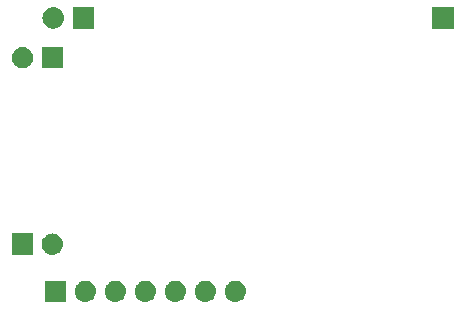
<source format=gbs>
G04 #@! TF.GenerationSoftware,KiCad,Pcbnew,5.0.2-bee76a0~70~ubuntu14.04.1*
G04 #@! TF.CreationDate,2018-12-14T16:39:12-07:00*
G04 #@! TF.ProjectId,lcd-addon,6c63642d-6164-4646-9f6e-2e6b69636164,rev?*
G04 #@! TF.SameCoordinates,Original*
G04 #@! TF.FileFunction,Soldermask,Bot*
G04 #@! TF.FilePolarity,Negative*
%FSLAX46Y46*%
G04 Gerber Fmt 4.6, Leading zero omitted, Abs format (unit mm)*
G04 Created by KiCad (PCBNEW 5.0.2-bee76a0~70~ubuntu14.04.1) date Fri 14 Dec 2018 04:39:12 PM MST*
%MOMM*%
%LPD*%
G01*
G04 APERTURE LIST*
%ADD10C,0.100000*%
G04 APERTURE END LIST*
D10*
G36*
X124860443Y-97455519D02*
X124926627Y-97462037D01*
X125039853Y-97496384D01*
X125096467Y-97513557D01*
X125235087Y-97587652D01*
X125252991Y-97597222D01*
X125288729Y-97626552D01*
X125390186Y-97709814D01*
X125473448Y-97811271D01*
X125502778Y-97847009D01*
X125502779Y-97847011D01*
X125586443Y-98003533D01*
X125586443Y-98003534D01*
X125637963Y-98173373D01*
X125655359Y-98350000D01*
X125637963Y-98526627D01*
X125603616Y-98639853D01*
X125586443Y-98696467D01*
X125512348Y-98835087D01*
X125502778Y-98852991D01*
X125473448Y-98888729D01*
X125390186Y-98990186D01*
X125288729Y-99073448D01*
X125252991Y-99102778D01*
X125252989Y-99102779D01*
X125096467Y-99186443D01*
X125039853Y-99203616D01*
X124926627Y-99237963D01*
X124860443Y-99244481D01*
X124794260Y-99251000D01*
X124705740Y-99251000D01*
X124639557Y-99244481D01*
X124573373Y-99237963D01*
X124460147Y-99203616D01*
X124403533Y-99186443D01*
X124247011Y-99102779D01*
X124247009Y-99102778D01*
X124211271Y-99073448D01*
X124109814Y-98990186D01*
X124026552Y-98888729D01*
X123997222Y-98852991D01*
X123987652Y-98835087D01*
X123913557Y-98696467D01*
X123896384Y-98639853D01*
X123862037Y-98526627D01*
X123844641Y-98350000D01*
X123862037Y-98173373D01*
X123913557Y-98003534D01*
X123913557Y-98003533D01*
X123997221Y-97847011D01*
X123997222Y-97847009D01*
X124026552Y-97811271D01*
X124109814Y-97709814D01*
X124211271Y-97626552D01*
X124247009Y-97597222D01*
X124264913Y-97587652D01*
X124403533Y-97513557D01*
X124460147Y-97496384D01*
X124573373Y-97462037D01*
X124639557Y-97455519D01*
X124705740Y-97449000D01*
X124794260Y-97449000D01*
X124860443Y-97455519D01*
X124860443Y-97455519D01*
G37*
G36*
X127400443Y-97455519D02*
X127466627Y-97462037D01*
X127579853Y-97496384D01*
X127636467Y-97513557D01*
X127775087Y-97587652D01*
X127792991Y-97597222D01*
X127828729Y-97626552D01*
X127930186Y-97709814D01*
X128013448Y-97811271D01*
X128042778Y-97847009D01*
X128042779Y-97847011D01*
X128126443Y-98003533D01*
X128126443Y-98003534D01*
X128177963Y-98173373D01*
X128195359Y-98350000D01*
X128177963Y-98526627D01*
X128143616Y-98639853D01*
X128126443Y-98696467D01*
X128052348Y-98835087D01*
X128042778Y-98852991D01*
X128013448Y-98888729D01*
X127930186Y-98990186D01*
X127828729Y-99073448D01*
X127792991Y-99102778D01*
X127792989Y-99102779D01*
X127636467Y-99186443D01*
X127579853Y-99203616D01*
X127466627Y-99237963D01*
X127400443Y-99244481D01*
X127334260Y-99251000D01*
X127245740Y-99251000D01*
X127179557Y-99244481D01*
X127113373Y-99237963D01*
X127000147Y-99203616D01*
X126943533Y-99186443D01*
X126787011Y-99102779D01*
X126787009Y-99102778D01*
X126751271Y-99073448D01*
X126649814Y-98990186D01*
X126566552Y-98888729D01*
X126537222Y-98852991D01*
X126527652Y-98835087D01*
X126453557Y-98696467D01*
X126436384Y-98639853D01*
X126402037Y-98526627D01*
X126384641Y-98350000D01*
X126402037Y-98173373D01*
X126453557Y-98003534D01*
X126453557Y-98003533D01*
X126537221Y-97847011D01*
X126537222Y-97847009D01*
X126566552Y-97811271D01*
X126649814Y-97709814D01*
X126751271Y-97626552D01*
X126787009Y-97597222D01*
X126804913Y-97587652D01*
X126943533Y-97513557D01*
X127000147Y-97496384D01*
X127113373Y-97462037D01*
X127179557Y-97455519D01*
X127245740Y-97449000D01*
X127334260Y-97449000D01*
X127400443Y-97455519D01*
X127400443Y-97455519D01*
G37*
G36*
X122320443Y-97455519D02*
X122386627Y-97462037D01*
X122499853Y-97496384D01*
X122556467Y-97513557D01*
X122695087Y-97587652D01*
X122712991Y-97597222D01*
X122748729Y-97626552D01*
X122850186Y-97709814D01*
X122933448Y-97811271D01*
X122962778Y-97847009D01*
X122962779Y-97847011D01*
X123046443Y-98003533D01*
X123046443Y-98003534D01*
X123097963Y-98173373D01*
X123115359Y-98350000D01*
X123097963Y-98526627D01*
X123063616Y-98639853D01*
X123046443Y-98696467D01*
X122972348Y-98835087D01*
X122962778Y-98852991D01*
X122933448Y-98888729D01*
X122850186Y-98990186D01*
X122748729Y-99073448D01*
X122712991Y-99102778D01*
X122712989Y-99102779D01*
X122556467Y-99186443D01*
X122499853Y-99203616D01*
X122386627Y-99237963D01*
X122320443Y-99244481D01*
X122254260Y-99251000D01*
X122165740Y-99251000D01*
X122099557Y-99244481D01*
X122033373Y-99237963D01*
X121920147Y-99203616D01*
X121863533Y-99186443D01*
X121707011Y-99102779D01*
X121707009Y-99102778D01*
X121671271Y-99073448D01*
X121569814Y-98990186D01*
X121486552Y-98888729D01*
X121457222Y-98852991D01*
X121447652Y-98835087D01*
X121373557Y-98696467D01*
X121356384Y-98639853D01*
X121322037Y-98526627D01*
X121304641Y-98350000D01*
X121322037Y-98173373D01*
X121373557Y-98003534D01*
X121373557Y-98003533D01*
X121457221Y-97847011D01*
X121457222Y-97847009D01*
X121486552Y-97811271D01*
X121569814Y-97709814D01*
X121671271Y-97626552D01*
X121707009Y-97597222D01*
X121724913Y-97587652D01*
X121863533Y-97513557D01*
X121920147Y-97496384D01*
X122033373Y-97462037D01*
X122099557Y-97455519D01*
X122165740Y-97449000D01*
X122254260Y-97449000D01*
X122320443Y-97455519D01*
X122320443Y-97455519D01*
G37*
G36*
X119780443Y-97455519D02*
X119846627Y-97462037D01*
X119959853Y-97496384D01*
X120016467Y-97513557D01*
X120155087Y-97587652D01*
X120172991Y-97597222D01*
X120208729Y-97626552D01*
X120310186Y-97709814D01*
X120393448Y-97811271D01*
X120422778Y-97847009D01*
X120422779Y-97847011D01*
X120506443Y-98003533D01*
X120506443Y-98003534D01*
X120557963Y-98173373D01*
X120575359Y-98350000D01*
X120557963Y-98526627D01*
X120523616Y-98639853D01*
X120506443Y-98696467D01*
X120432348Y-98835087D01*
X120422778Y-98852991D01*
X120393448Y-98888729D01*
X120310186Y-98990186D01*
X120208729Y-99073448D01*
X120172991Y-99102778D01*
X120172989Y-99102779D01*
X120016467Y-99186443D01*
X119959853Y-99203616D01*
X119846627Y-99237963D01*
X119780443Y-99244481D01*
X119714260Y-99251000D01*
X119625740Y-99251000D01*
X119559557Y-99244481D01*
X119493373Y-99237963D01*
X119380147Y-99203616D01*
X119323533Y-99186443D01*
X119167011Y-99102779D01*
X119167009Y-99102778D01*
X119131271Y-99073448D01*
X119029814Y-98990186D01*
X118946552Y-98888729D01*
X118917222Y-98852991D01*
X118907652Y-98835087D01*
X118833557Y-98696467D01*
X118816384Y-98639853D01*
X118782037Y-98526627D01*
X118764641Y-98350000D01*
X118782037Y-98173373D01*
X118833557Y-98003534D01*
X118833557Y-98003533D01*
X118917221Y-97847011D01*
X118917222Y-97847009D01*
X118946552Y-97811271D01*
X119029814Y-97709814D01*
X119131271Y-97626552D01*
X119167009Y-97597222D01*
X119184913Y-97587652D01*
X119323533Y-97513557D01*
X119380147Y-97496384D01*
X119493373Y-97462037D01*
X119559557Y-97455519D01*
X119625740Y-97449000D01*
X119714260Y-97449000D01*
X119780443Y-97455519D01*
X119780443Y-97455519D01*
G37*
G36*
X117240443Y-97455519D02*
X117306627Y-97462037D01*
X117419853Y-97496384D01*
X117476467Y-97513557D01*
X117615087Y-97587652D01*
X117632991Y-97597222D01*
X117668729Y-97626552D01*
X117770186Y-97709814D01*
X117853448Y-97811271D01*
X117882778Y-97847009D01*
X117882779Y-97847011D01*
X117966443Y-98003533D01*
X117966443Y-98003534D01*
X118017963Y-98173373D01*
X118035359Y-98350000D01*
X118017963Y-98526627D01*
X117983616Y-98639853D01*
X117966443Y-98696467D01*
X117892348Y-98835087D01*
X117882778Y-98852991D01*
X117853448Y-98888729D01*
X117770186Y-98990186D01*
X117668729Y-99073448D01*
X117632991Y-99102778D01*
X117632989Y-99102779D01*
X117476467Y-99186443D01*
X117419853Y-99203616D01*
X117306627Y-99237963D01*
X117240443Y-99244481D01*
X117174260Y-99251000D01*
X117085740Y-99251000D01*
X117019557Y-99244481D01*
X116953373Y-99237963D01*
X116840147Y-99203616D01*
X116783533Y-99186443D01*
X116627011Y-99102779D01*
X116627009Y-99102778D01*
X116591271Y-99073448D01*
X116489814Y-98990186D01*
X116406552Y-98888729D01*
X116377222Y-98852991D01*
X116367652Y-98835087D01*
X116293557Y-98696467D01*
X116276384Y-98639853D01*
X116242037Y-98526627D01*
X116224641Y-98350000D01*
X116242037Y-98173373D01*
X116293557Y-98003534D01*
X116293557Y-98003533D01*
X116377221Y-97847011D01*
X116377222Y-97847009D01*
X116406552Y-97811271D01*
X116489814Y-97709814D01*
X116591271Y-97626552D01*
X116627009Y-97597222D01*
X116644913Y-97587652D01*
X116783533Y-97513557D01*
X116840147Y-97496384D01*
X116953373Y-97462037D01*
X117019557Y-97455519D01*
X117085740Y-97449000D01*
X117174260Y-97449000D01*
X117240443Y-97455519D01*
X117240443Y-97455519D01*
G37*
G36*
X114700443Y-97455519D02*
X114766627Y-97462037D01*
X114879853Y-97496384D01*
X114936467Y-97513557D01*
X115075087Y-97587652D01*
X115092991Y-97597222D01*
X115128729Y-97626552D01*
X115230186Y-97709814D01*
X115313448Y-97811271D01*
X115342778Y-97847009D01*
X115342779Y-97847011D01*
X115426443Y-98003533D01*
X115426443Y-98003534D01*
X115477963Y-98173373D01*
X115495359Y-98350000D01*
X115477963Y-98526627D01*
X115443616Y-98639853D01*
X115426443Y-98696467D01*
X115352348Y-98835087D01*
X115342778Y-98852991D01*
X115313448Y-98888729D01*
X115230186Y-98990186D01*
X115128729Y-99073448D01*
X115092991Y-99102778D01*
X115092989Y-99102779D01*
X114936467Y-99186443D01*
X114879853Y-99203616D01*
X114766627Y-99237963D01*
X114700443Y-99244481D01*
X114634260Y-99251000D01*
X114545740Y-99251000D01*
X114479557Y-99244481D01*
X114413373Y-99237963D01*
X114300147Y-99203616D01*
X114243533Y-99186443D01*
X114087011Y-99102779D01*
X114087009Y-99102778D01*
X114051271Y-99073448D01*
X113949814Y-98990186D01*
X113866552Y-98888729D01*
X113837222Y-98852991D01*
X113827652Y-98835087D01*
X113753557Y-98696467D01*
X113736384Y-98639853D01*
X113702037Y-98526627D01*
X113684641Y-98350000D01*
X113702037Y-98173373D01*
X113753557Y-98003534D01*
X113753557Y-98003533D01*
X113837221Y-97847011D01*
X113837222Y-97847009D01*
X113866552Y-97811271D01*
X113949814Y-97709814D01*
X114051271Y-97626552D01*
X114087009Y-97597222D01*
X114104913Y-97587652D01*
X114243533Y-97513557D01*
X114300147Y-97496384D01*
X114413373Y-97462037D01*
X114479557Y-97455519D01*
X114545740Y-97449000D01*
X114634260Y-97449000D01*
X114700443Y-97455519D01*
X114700443Y-97455519D01*
G37*
G36*
X112951000Y-99251000D02*
X111149000Y-99251000D01*
X111149000Y-97449000D01*
X112951000Y-97449000D01*
X112951000Y-99251000D01*
X112951000Y-99251000D01*
G37*
G36*
X110151000Y-95251000D02*
X108349000Y-95251000D01*
X108349000Y-93449000D01*
X110151000Y-93449000D01*
X110151000Y-95251000D01*
X110151000Y-95251000D01*
G37*
G36*
X111900442Y-93455518D02*
X111966627Y-93462037D01*
X112079853Y-93496384D01*
X112136467Y-93513557D01*
X112275087Y-93587652D01*
X112292991Y-93597222D01*
X112328729Y-93626552D01*
X112430186Y-93709814D01*
X112513448Y-93811271D01*
X112542778Y-93847009D01*
X112542779Y-93847011D01*
X112626443Y-94003533D01*
X112626443Y-94003534D01*
X112677963Y-94173373D01*
X112695359Y-94350000D01*
X112677963Y-94526627D01*
X112643616Y-94639853D01*
X112626443Y-94696467D01*
X112552348Y-94835087D01*
X112542778Y-94852991D01*
X112513448Y-94888729D01*
X112430186Y-94990186D01*
X112328729Y-95073448D01*
X112292991Y-95102778D01*
X112292989Y-95102779D01*
X112136467Y-95186443D01*
X112079853Y-95203616D01*
X111966627Y-95237963D01*
X111900443Y-95244481D01*
X111834260Y-95251000D01*
X111745740Y-95251000D01*
X111679558Y-95244482D01*
X111613373Y-95237963D01*
X111500147Y-95203616D01*
X111443533Y-95186443D01*
X111287011Y-95102779D01*
X111287009Y-95102778D01*
X111251271Y-95073448D01*
X111149814Y-94990186D01*
X111066552Y-94888729D01*
X111037222Y-94852991D01*
X111027652Y-94835087D01*
X110953557Y-94696467D01*
X110936384Y-94639853D01*
X110902037Y-94526627D01*
X110884641Y-94350000D01*
X110902037Y-94173373D01*
X110953557Y-94003534D01*
X110953557Y-94003533D01*
X111037221Y-93847011D01*
X111037222Y-93847009D01*
X111066552Y-93811271D01*
X111149814Y-93709814D01*
X111251271Y-93626552D01*
X111287009Y-93597222D01*
X111304913Y-93587652D01*
X111443533Y-93513557D01*
X111500147Y-93496384D01*
X111613373Y-93462037D01*
X111679558Y-93455518D01*
X111745740Y-93449000D01*
X111834260Y-93449000D01*
X111900442Y-93455518D01*
X111900442Y-93455518D01*
G37*
G36*
X112701000Y-79451000D02*
X110899000Y-79451000D01*
X110899000Y-77649000D01*
X112701000Y-77649000D01*
X112701000Y-79451000D01*
X112701000Y-79451000D01*
G37*
G36*
X109370443Y-77655519D02*
X109436627Y-77662037D01*
X109549853Y-77696384D01*
X109606467Y-77713557D01*
X109745087Y-77787652D01*
X109762991Y-77797222D01*
X109798729Y-77826552D01*
X109900186Y-77909814D01*
X109983448Y-78011271D01*
X110012778Y-78047009D01*
X110012779Y-78047011D01*
X110096443Y-78203533D01*
X110096443Y-78203534D01*
X110147963Y-78373373D01*
X110165359Y-78550000D01*
X110147963Y-78726627D01*
X110113616Y-78839853D01*
X110096443Y-78896467D01*
X110022348Y-79035087D01*
X110012778Y-79052991D01*
X109983448Y-79088729D01*
X109900186Y-79190186D01*
X109798729Y-79273448D01*
X109762991Y-79302778D01*
X109762989Y-79302779D01*
X109606467Y-79386443D01*
X109549853Y-79403616D01*
X109436627Y-79437963D01*
X109370442Y-79444482D01*
X109304260Y-79451000D01*
X109215740Y-79451000D01*
X109149558Y-79444482D01*
X109083373Y-79437963D01*
X108970147Y-79403616D01*
X108913533Y-79386443D01*
X108757011Y-79302779D01*
X108757009Y-79302778D01*
X108721271Y-79273448D01*
X108619814Y-79190186D01*
X108536552Y-79088729D01*
X108507222Y-79052991D01*
X108497652Y-79035087D01*
X108423557Y-78896467D01*
X108406384Y-78839853D01*
X108372037Y-78726627D01*
X108354641Y-78550000D01*
X108372037Y-78373373D01*
X108423557Y-78203534D01*
X108423557Y-78203533D01*
X108507221Y-78047011D01*
X108507222Y-78047009D01*
X108536552Y-78011271D01*
X108619814Y-77909814D01*
X108721271Y-77826552D01*
X108757009Y-77797222D01*
X108774913Y-77787652D01*
X108913533Y-77713557D01*
X108970147Y-77696384D01*
X109083373Y-77662037D01*
X109149557Y-77655519D01*
X109215740Y-77649000D01*
X109304260Y-77649000D01*
X109370443Y-77655519D01*
X109370443Y-77655519D01*
G37*
G36*
X111970442Y-74305518D02*
X112036627Y-74312037D01*
X112149853Y-74346384D01*
X112206467Y-74363557D01*
X112345087Y-74437652D01*
X112362991Y-74447222D01*
X112398729Y-74476552D01*
X112500186Y-74559814D01*
X112583448Y-74661271D01*
X112612778Y-74697009D01*
X112612779Y-74697011D01*
X112696443Y-74853533D01*
X112696443Y-74853534D01*
X112747963Y-75023373D01*
X112765359Y-75200000D01*
X112747963Y-75376627D01*
X112713616Y-75489853D01*
X112696443Y-75546467D01*
X112622348Y-75685087D01*
X112612778Y-75702991D01*
X112583448Y-75738729D01*
X112500186Y-75840186D01*
X112398729Y-75923448D01*
X112362991Y-75952778D01*
X112362989Y-75952779D01*
X112206467Y-76036443D01*
X112149853Y-76053616D01*
X112036627Y-76087963D01*
X111970442Y-76094482D01*
X111904260Y-76101000D01*
X111815740Y-76101000D01*
X111749558Y-76094482D01*
X111683373Y-76087963D01*
X111570147Y-76053616D01*
X111513533Y-76036443D01*
X111357011Y-75952779D01*
X111357009Y-75952778D01*
X111321271Y-75923448D01*
X111219814Y-75840186D01*
X111136552Y-75738729D01*
X111107222Y-75702991D01*
X111097652Y-75685087D01*
X111023557Y-75546467D01*
X111006384Y-75489853D01*
X110972037Y-75376627D01*
X110954641Y-75200000D01*
X110972037Y-75023373D01*
X111023557Y-74853534D01*
X111023557Y-74853533D01*
X111107221Y-74697011D01*
X111107222Y-74697009D01*
X111136552Y-74661271D01*
X111219814Y-74559814D01*
X111321271Y-74476552D01*
X111357009Y-74447222D01*
X111374913Y-74437652D01*
X111513533Y-74363557D01*
X111570147Y-74346384D01*
X111683373Y-74312037D01*
X111749558Y-74305518D01*
X111815740Y-74299000D01*
X111904260Y-74299000D01*
X111970442Y-74305518D01*
X111970442Y-74305518D01*
G37*
G36*
X145761000Y-76101000D02*
X143959000Y-76101000D01*
X143959000Y-74299000D01*
X145761000Y-74299000D01*
X145761000Y-76101000D01*
X145761000Y-76101000D01*
G37*
G36*
X115301000Y-76101000D02*
X113499000Y-76101000D01*
X113499000Y-74299000D01*
X115301000Y-74299000D01*
X115301000Y-76101000D01*
X115301000Y-76101000D01*
G37*
M02*

</source>
